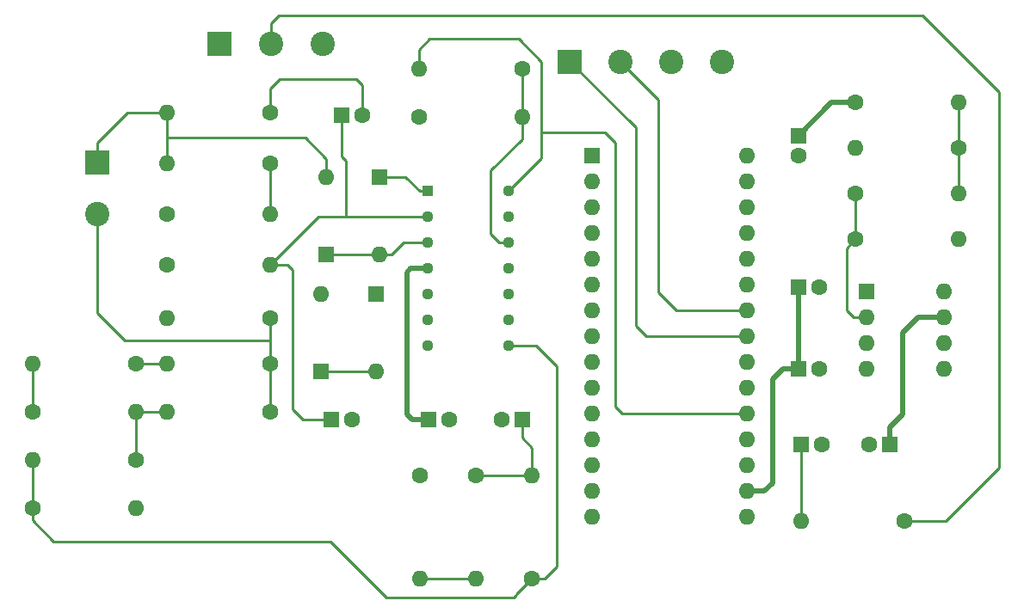
<source format=gtl>
%TF.GenerationSoftware,KiCad,Pcbnew,8.0.5*%
%TF.CreationDate,2025-05-15T16:04:32+03:00*%
%TF.ProjectId,spro2,7370726f-322e-46b6-9963-61645f706362,rev?*%
%TF.SameCoordinates,Original*%
%TF.FileFunction,Copper,L1,Top*%
%TF.FilePolarity,Positive*%
%FSLAX46Y46*%
G04 Gerber Fmt 4.6, Leading zero omitted, Abs format (unit mm)*
G04 Created by KiCad (PCBNEW 8.0.5) date 2025-05-15 16:04:32*
%MOMM*%
%LPD*%
G01*
G04 APERTURE LIST*
%TA.AperFunction,ComponentPad*%
%ADD10R,1.600000X1.600000*%
%TD*%
%TA.AperFunction,ComponentPad*%
%ADD11C,1.600000*%
%TD*%
%TA.AperFunction,ComponentPad*%
%ADD12O,1.600000X1.600000*%
%TD*%
%TA.AperFunction,ComponentPad*%
%ADD13R,1.130000X1.130000*%
%TD*%
%TA.AperFunction,ComponentPad*%
%ADD14C,1.130000*%
%TD*%
%TA.AperFunction,ComponentPad*%
%ADD15C,2.400000*%
%TD*%
%TA.AperFunction,ComponentPad*%
%ADD16R,2.400000X2.400000*%
%TD*%
%TA.AperFunction,Conductor*%
%ADD17C,0.250000*%
%TD*%
%TA.AperFunction,Conductor*%
%ADD18C,0.500000*%
%TD*%
G04 APERTURE END LIST*
D10*
%TO.P,C9,1*%
%TO.N,+3.3V*%
X152544888Y-116000000D03*
D11*
%TO.P,C9,2*%
%TO.N,GND*%
X154544888Y-116000000D03*
%TD*%
D10*
%TO.P,C6,1*%
%TO.N,+5V*%
X161500000Y-123500000D03*
D11*
%TO.P,C6,2*%
%TO.N,GND*%
X159500000Y-123500000D03*
%TD*%
%TO.P,R11,1*%
%TO.N,Net-(D1-A)*%
X100580000Y-95750000D03*
D12*
%TO.P,R11,2*%
%TO.N,Net-(D1-K)*%
X90420000Y-95750000D03*
%TD*%
D11*
%TO.P,R18,1*%
%TO.N,Net-(U3C-+)*%
X87330000Y-125000000D03*
D12*
%TO.P,R18,2*%
%TO.N,/Humidity Amplifier/Humidity_In*%
X77170000Y-125000000D03*
%TD*%
D10*
%TO.P,D3,1,K*%
%TO.N,Net-(D3-K)*%
X111000000Y-108630000D03*
D12*
%TO.P,D3,2,A*%
%TO.N,Net-(D3-A)*%
X111000000Y-116250000D03*
%TD*%
D10*
%TO.P,C7,1*%
%TO.N,+5V*%
X116124888Y-121000000D03*
D11*
%TO.P,C7,2*%
%TO.N,GND*%
X118124888Y-121000000D03*
%TD*%
%TO.P,R3,1*%
%TO.N,Net-(R2-Pad2)*%
X168330000Y-94250000D03*
D12*
%TO.P,R3,2*%
%TO.N,GND*%
X158170000Y-94250000D03*
%TD*%
D11*
%TO.P,R14,1*%
%TO.N,Net-(J3-Pin_2)*%
X100580000Y-115500000D03*
D12*
%TO.P,R14,2*%
%TO.N,Net-(D3-K)*%
X90420000Y-115500000D03*
%TD*%
D10*
%TO.P,D1,1,K*%
%TO.N,Net-(D1-K)*%
X111330000Y-97130000D03*
D12*
%TO.P,D1,2,A*%
%TO.N,Net-(D1-A)*%
X111330000Y-104750000D03*
%TD*%
D11*
%TO.P,R10,1*%
%TO.N,GND*%
X90420000Y-105750000D03*
D12*
%TO.P,R10,2*%
%TO.N,Net-(U3A--)*%
X100580000Y-105750000D03*
%TD*%
D11*
%TO.P,R1,1*%
%TO.N,/Temperature sensor filter and amplifier/Temp_In*%
X162955113Y-131000000D03*
D12*
%TO.P,R1,2*%
%TO.N,Net-(U2-+)*%
X152795113Y-131000000D03*
%TD*%
D10*
%TO.P,U2,1,NC*%
%TO.N,unconnected-(U2-NC-Pad1)*%
X159250000Y-108380000D03*
D12*
%TO.P,U2,2,-*%
%TO.N,Net-(U2--)*%
X159250000Y-110920000D03*
%TO.P,U2,3,+*%
%TO.N,Net-(U2-+)*%
X159250000Y-113460000D03*
%TO.P,U2,4,V-*%
%TO.N,GND*%
X159250000Y-116000000D03*
%TO.P,U2,5,NC*%
%TO.N,unconnected-(U2-NC-Pad5)*%
X166870000Y-116000000D03*
%TO.P,U2,6*%
%TO.N,/Temp*%
X166870000Y-113460000D03*
%TO.P,U2,7,V+*%
%TO.N,+5V*%
X166870000Y-110920000D03*
%TO.P,U2,8,NC*%
%TO.N,unconnected-(U2-NC-Pad8)*%
X166870000Y-108380000D03*
%TD*%
D13*
%TO.P,U3,1*%
%TO.N,Net-(D1-K)*%
X116080000Y-98500000D03*
D14*
%TO.P,U3,2,-*%
%TO.N,Net-(U3A--)*%
X116080000Y-101040000D03*
%TO.P,U3,3,+*%
%TO.N,Net-(D1-A)*%
X116080000Y-103580000D03*
%TO.P,U3,4,V+*%
%TO.N,+5V*%
X116080000Y-106120000D03*
%TO.P,U3,5,+*%
%TO.N,Net-(D3-K)*%
X116080000Y-108660000D03*
%TO.P,U3,6,-*%
%TO.N,GND*%
X116080000Y-111200000D03*
%TO.P,U3,7*%
%TO.N,Net-(D3-A)*%
X116080000Y-113740000D03*
%TO.P,U3,8*%
%TO.N,/Humidity Amplifier/Humidity_In*%
X124020000Y-113740000D03*
%TO.P,U3,9,-*%
%TO.N,GND*%
X124020000Y-111200000D03*
%TO.P,U3,10,+*%
%TO.N,Net-(U3C-+)*%
X124020000Y-108660000D03*
%TO.P,U3,11,V-*%
%TO.N,-5V*%
X124020000Y-106120000D03*
%TO.P,U3,12,+*%
%TO.N,Net-(U3D-+)*%
X124020000Y-103580000D03*
%TO.P,U3,13,-*%
%TO.N,Net-(U3D--)*%
X124020000Y-101040000D03*
%TO.P,U3,14*%
%TO.N,/Humidity*%
X124020000Y-98500000D03*
%TD*%
D11*
%TO.P,R19,1*%
%TO.N,/Humidity Amplifier/Humidity_In*%
X77170000Y-129750000D03*
D12*
%TO.P,R19,2*%
%TO.N,GND*%
X87330000Y-129750000D03*
%TD*%
D15*
%TO.P,U1,3,GND*%
%TO.N,GND*%
X105750000Y-84000000D03*
%TO.P,U1,2,V_{OUT}*%
%TO.N,/Temperature sensor filter and amplifier/Temp_In*%
X100670000Y-84000000D03*
D16*
%TO.P,U1,1,+V_{S}*%
%TO.N,+5V*%
X95590000Y-84000000D03*
%TD*%
D11*
%TO.P,R9,1*%
%TO.N,GND*%
X90420000Y-100750000D03*
D12*
%TO.P,R9,2*%
%TO.N,Net-(D1-A)*%
X100580000Y-100750000D03*
%TD*%
D10*
%TO.P,C5,1*%
%TO.N,Net-(U3A--)*%
X107580000Y-91000000D03*
D11*
%TO.P,C5,2*%
%TO.N,Net-(C5-Pad2)*%
X109580000Y-91000000D03*
%TD*%
%TO.P,R17,1*%
%TO.N,Net-(D4-A)*%
X77170000Y-120250000D03*
D12*
%TO.P,R17,2*%
%TO.N,Net-(U3C-+)*%
X87330000Y-120250000D03*
%TD*%
D11*
%TO.P,R8,1*%
%TO.N,Net-(U3D-+)*%
X125330000Y-86500000D03*
D12*
%TO.P,R8,2*%
%TO.N,/Humidity*%
X115170000Y-86500000D03*
%TD*%
D11*
%TO.P,Rg1,1*%
%TO.N,Net-(U2--)*%
X158170000Y-98750000D03*
D12*
%TO.P,Rg1,2*%
%TO.N,Net-(R2-Pad2)*%
X168330000Y-98750000D03*
%TD*%
D10*
%TO.P,C4,1*%
%TO.N,Net-(U3A--)*%
X106580000Y-121000000D03*
D11*
%TO.P,C4,2*%
%TO.N,GND*%
X108580000Y-121000000D03*
%TD*%
D10*
%TO.P,C3,1*%
%TO.N,Net-(C3-Pad1)*%
X125330000Y-121000000D03*
D11*
%TO.P,C3,2*%
%TO.N,GND*%
X123330000Y-121000000D03*
%TD*%
D10*
%TO.P,C8,1*%
%TO.N,+3.3V*%
X152544888Y-108000000D03*
D11*
%TO.P,C8,2*%
%TO.N,GND*%
X154544888Y-108000000D03*
%TD*%
%TO.P,R2,1*%
%TO.N,+5V*%
X158170000Y-89750000D03*
D12*
%TO.P,R2,2*%
%TO.N,Net-(R2-Pad2)*%
X168330000Y-89750000D03*
%TD*%
D11*
%TO.P,R4,1*%
%TO.N,/Humidity Amplifier/Humidity_In*%
X126330000Y-136660000D03*
D12*
%TO.P,R4,2*%
%TO.N,Net-(C3-Pad1)*%
X126330000Y-126500000D03*
%TD*%
D11*
%TO.P,R15,1*%
%TO.N,Net-(J3-Pin_2)*%
X100580000Y-120250000D03*
D12*
%TO.P,R15,2*%
%TO.N,Net-(U3C-+)*%
X90420000Y-120250000D03*
%TD*%
D10*
%TO.P,A1,1,D1/TX*%
%TO.N,unconnected-(A1-D1{slash}TX-Pad1)*%
X132250000Y-95050000D03*
D12*
%TO.P,A1,2,D0/RX*%
%TO.N,unconnected-(A1-D0{slash}RX-Pad2)*%
X132250000Y-97590000D03*
%TO.P,A1,3,~{RESET}*%
%TO.N,unconnected-(A1-~{RESET}-Pad3)*%
X132250000Y-100130000D03*
%TO.P,A1,4,GND*%
%TO.N,GND*%
X132250000Y-102670000D03*
%TO.P,A1,5,D2*%
%TO.N,unconnected-(A1-D2-Pad5)*%
X132250000Y-105210000D03*
%TO.P,A1,6,D3*%
%TO.N,unconnected-(A1-D3-Pad6)*%
X132250000Y-107750000D03*
%TO.P,A1,7,D4*%
%TO.N,unconnected-(A1-D4-Pad7)*%
X132250000Y-110290000D03*
%TO.P,A1,8,D5*%
%TO.N,unconnected-(A1-D5-Pad8)*%
X132250000Y-112830000D03*
%TO.P,A1,9,D6*%
%TO.N,unconnected-(A1-D6-Pad9)*%
X132250000Y-115370000D03*
%TO.P,A1,10,D7*%
%TO.N,unconnected-(A1-D7-Pad10)*%
X132250000Y-117910000D03*
%TO.P,A1,11,D8*%
%TO.N,unconnected-(A1-D8-Pad11)*%
X132250000Y-120450000D03*
%TO.P,A1,12,D9*%
%TO.N,unconnected-(A1-D9-Pad12)*%
X132250000Y-122990000D03*
%TO.P,A1,13,D10*%
%TO.N,unconnected-(A1-D10-Pad13)*%
X132250000Y-125530000D03*
%TO.P,A1,14,D11*%
%TO.N,unconnected-(A1-D11-Pad14)*%
X132250000Y-128070000D03*
%TO.P,A1,15,D12*%
%TO.N,unconnected-(A1-D12-Pad15)*%
X132250000Y-130610000D03*
%TO.P,A1,16,D13*%
%TO.N,unconnected-(A1-D13-Pad16)*%
X147490000Y-130610000D03*
%TO.P,A1,17,3V3*%
%TO.N,+3.3V*%
X147490000Y-128070000D03*
%TO.P,A1,18,AREF*%
%TO.N,unconnected-(A1-AREF-Pad18)*%
X147490000Y-125530000D03*
%TO.P,A1,19,A0*%
%TO.N,/Temp*%
X147490000Y-122990000D03*
%TO.P,A1,20,A1*%
%TO.N,/Humidity*%
X147490000Y-120450000D03*
%TO.P,A1,21,A2*%
%TO.N,unconnected-(A1-A2-Pad21)*%
X147490000Y-117910000D03*
%TO.P,A1,22,A3*%
%TO.N,unconnected-(A1-A3-Pad22)*%
X147490000Y-115370000D03*
%TO.P,A1,23,A4*%
%TO.N,Net-(A1-A4)*%
X147490000Y-112830000D03*
%TO.P,A1,24,A5*%
%TO.N,Net-(A1-A5)*%
X147490000Y-110290000D03*
%TO.P,A1,25,A6*%
%TO.N,unconnected-(A1-A6-Pad25)*%
X147490000Y-107750000D03*
%TO.P,A1,26,A7*%
%TO.N,unconnected-(A1-A7-Pad26)*%
X147490000Y-105210000D03*
%TO.P,A1,27,+5V*%
%TO.N,+5V*%
X147490000Y-102670000D03*
%TO.P,A1,28,~{RESET}*%
%TO.N,unconnected-(A1-~{RESET}-Pad28)*%
X147490000Y-100130000D03*
%TO.P,A1,29,GND*%
%TO.N,GND*%
X147490000Y-97590000D03*
%TO.P,A1,30,VIN*%
%TO.N,unconnected-(A1-VIN-Pad30)*%
X147490000Y-95050000D03*
%TD*%
D10*
%TO.P,C1,1*%
%TO.N,+5V*%
X152500000Y-93044888D03*
D11*
%TO.P,C1,2*%
%TO.N,GND*%
X152500000Y-95044888D03*
%TD*%
%TO.P,R7,1*%
%TO.N,GND*%
X115170000Y-91250000D03*
D12*
%TO.P,R7,2*%
%TO.N,Net-(U3D-+)*%
X125330000Y-91250000D03*
%TD*%
D11*
%TO.P,R16,1*%
%TO.N,Net-(D3-K)*%
X87330000Y-115500000D03*
D12*
%TO.P,R16,2*%
%TO.N,Net-(D4-A)*%
X77170000Y-115500000D03*
%TD*%
D10*
%TO.P,D4,1,K*%
%TO.N,Net-(D3-A)*%
X105580000Y-116250000D03*
D12*
%TO.P,D4,2,A*%
%TO.N,Net-(D4-A)*%
X105580000Y-108630000D03*
%TD*%
D11*
%TO.P,R6,1*%
%TO.N,Net-(C3-Pad1)*%
X120750000Y-126500000D03*
D12*
%TO.P,R6,2*%
%TO.N,Net-(U3D--)*%
X120750000Y-136660000D03*
%TD*%
D15*
%TO.P,J3,2,Pin_2*%
%TO.N,Net-(J3-Pin_2)*%
X83500000Y-100790000D03*
D16*
%TO.P,J3,1,Pin_1*%
%TO.N,Net-(D1-K)*%
X83500000Y-95710000D03*
%TD*%
D11*
%TO.P,R12,1*%
%TO.N,Net-(C5-Pad2)*%
X100580000Y-90750000D03*
D12*
%TO.P,R12,2*%
%TO.N,Net-(D1-K)*%
X90420000Y-90750000D03*
%TD*%
D10*
%TO.P,D2,1,K*%
%TO.N,Net-(D1-A)*%
X106080000Y-104750000D03*
D12*
%TO.P,D2,2,A*%
%TO.N,Net-(D1-K)*%
X106080000Y-97130000D03*
%TD*%
D11*
%TO.P,R13,1*%
%TO.N,Net-(J3-Pin_2)*%
X100580000Y-111000000D03*
D12*
%TO.P,R13,2*%
%TO.N,GND*%
X90420000Y-111000000D03*
%TD*%
D11*
%TO.P,Rf1,1*%
%TO.N,Net-(U2--)*%
X158170000Y-103250000D03*
D12*
%TO.P,Rf1,2*%
%TO.N,/Temp*%
X168330000Y-103250000D03*
%TD*%
D10*
%TO.P,C2,1*%
%TO.N,Net-(U2-+)*%
X152794888Y-123500000D03*
D11*
%TO.P,C2,2*%
%TO.N,GND*%
X154794888Y-123500000D03*
%TD*%
%TO.P,R5,1*%
%TO.N,+5V*%
X115250000Y-126500000D03*
D12*
%TO.P,R5,2*%
%TO.N,Net-(U3D--)*%
X115250000Y-136660000D03*
%TD*%
D16*
%TO.P,J2,1,Pin_1*%
%TO.N,Net-(A1-A4)*%
X130000000Y-85750000D03*
D15*
%TO.P,J2,2,Pin_2*%
%TO.N,Net-(A1-A5)*%
X135000000Y-85750000D03*
%TO.P,J2,3,Pin_3*%
%TO.N,+3.3V*%
X140000000Y-85750000D03*
%TO.P,J2,4,Pin_4*%
%TO.N,GND*%
X145000000Y-85750000D03*
%TD*%
D17*
%TO.N,/Temperature sensor filter and amplifier/Temp_In*%
X167000000Y-131000000D02*
X162955113Y-131000000D01*
X101420000Y-81250000D02*
X164750000Y-81250000D01*
X172250000Y-88750000D02*
X172250000Y-125750000D01*
X100670000Y-82000000D02*
X101420000Y-81250000D01*
X172250000Y-125750000D02*
X167000000Y-131000000D01*
X100670000Y-84000000D02*
X100670000Y-82000000D01*
X164750000Y-81250000D02*
X172250000Y-88750000D01*
%TO.N,Net-(A1-A5)*%
X138750000Y-108500000D02*
X138750000Y-89500000D01*
X140540000Y-110290000D02*
X138750000Y-108500000D01*
X138750000Y-89500000D02*
X135000000Y-85750000D01*
X147490000Y-110290000D02*
X140540000Y-110290000D01*
%TO.N,Net-(A1-A4)*%
X136500000Y-92250000D02*
X130000000Y-85750000D01*
X137580000Y-112830000D02*
X136500000Y-111750000D01*
X147490000Y-112830000D02*
X137580000Y-112830000D01*
X136500000Y-111750000D02*
X136500000Y-92250000D01*
D18*
%TO.N,+5V*%
X162750000Y-112500000D02*
X164330000Y-110920000D01*
X162750000Y-120500000D02*
X162750000Y-112500000D01*
X161500000Y-121750000D02*
X162750000Y-120500000D01*
X164330000Y-110920000D02*
X166870000Y-110920000D01*
X161500000Y-123500000D02*
X161500000Y-121750000D01*
D17*
%TO.N,/Humidity*%
X127250000Y-95250000D02*
X127250000Y-92750000D01*
X124020000Y-98480000D02*
X127250000Y-95250000D01*
X127250000Y-92750000D02*
X128750000Y-92750000D01*
X127250000Y-85750000D02*
X127250000Y-92750000D01*
X125000000Y-83500000D02*
X127250000Y-85750000D01*
X116250000Y-83500000D02*
X125000000Y-83500000D01*
X115170000Y-84580000D02*
X116250000Y-83500000D01*
X115170000Y-86500000D02*
X115170000Y-84580000D01*
X134500000Y-119750000D02*
X135200000Y-120450000D01*
X133500000Y-92750000D02*
X134500000Y-93750000D01*
X134500000Y-93750000D02*
X134500000Y-119750000D01*
X128750000Y-92750000D02*
X133500000Y-92750000D01*
X135200000Y-120450000D02*
X147490000Y-120450000D01*
D18*
%TO.N,+3.3V*%
X151000000Y-116000000D02*
X152544888Y-116000000D01*
X149180000Y-128070000D02*
X150000000Y-127250000D01*
X152544888Y-116000000D02*
X152544888Y-108000000D01*
X147490000Y-128070000D02*
X149180000Y-128070000D01*
X150000000Y-127250000D02*
X150000000Y-117000000D01*
X150000000Y-117000000D02*
X151000000Y-116000000D01*
D17*
%TO.N,Net-(D1-A)*%
X112500000Y-104750000D02*
X111330000Y-104750000D01*
X100580000Y-100750000D02*
X100580000Y-95750000D01*
X116080000Y-103580000D02*
X113670000Y-103580000D01*
X111330000Y-104750000D02*
X106080000Y-104750000D01*
X113670000Y-103580000D02*
X112500000Y-104750000D01*
%TO.N,Net-(D1-K)*%
X115250000Y-98500000D02*
X116080000Y-98500000D01*
X106080000Y-97130000D02*
X106080000Y-95330000D01*
X90420000Y-93250000D02*
X90420000Y-90750000D01*
X111330000Y-97130000D02*
X113880000Y-97130000D01*
X106080000Y-95330000D02*
X104000000Y-93250000D01*
X104000000Y-93250000D02*
X90420000Y-93250000D01*
X113880000Y-97130000D02*
X115250000Y-98500000D01*
X90420000Y-95750000D02*
X90420000Y-93250000D01*
%TO.N,/Humidity Amplifier/Humidity_In*%
X124500000Y-138500000D02*
X112000000Y-138500000D01*
X112000000Y-138500000D02*
X106500000Y-133000000D01*
X77170000Y-130920000D02*
X77170000Y-125000000D01*
X124750000Y-138240000D02*
X124750000Y-138250000D01*
X126330000Y-136660000D02*
X124750000Y-138240000D01*
X124750000Y-138250000D02*
X124500000Y-138500000D01*
X79250000Y-133000000D02*
X77170000Y-130920000D01*
X128750000Y-115750000D02*
X126740000Y-113740000D01*
X128750000Y-135500000D02*
X128750000Y-115750000D01*
X127590000Y-136660000D02*
X128750000Y-135500000D01*
X126740000Y-113740000D02*
X124020000Y-113740000D01*
X126330000Y-136660000D02*
X127590000Y-136660000D01*
X106500000Y-133000000D02*
X79250000Y-133000000D01*
%TO.N,Net-(D3-K)*%
X87330000Y-115500000D02*
X90420000Y-115500000D01*
%TO.N,Net-(D3-A)*%
X111000000Y-116250000D02*
X105580000Y-116250000D01*
%TO.N,Net-(J3-Pin_2)*%
X86250000Y-113250000D02*
X100580000Y-113250000D01*
X83500000Y-110500000D02*
X86250000Y-113250000D01*
X100580000Y-115500000D02*
X100580000Y-113250000D01*
X100580000Y-113250000D02*
X100580000Y-111000000D01*
X100580000Y-120250000D02*
X100580000Y-115500000D01*
%TO.N,Net-(R2-Pad2)*%
X168330000Y-89750000D02*
X168330000Y-94250000D01*
X168330000Y-94250000D02*
X168330000Y-98750000D01*
%TO.N,Net-(D4-A)*%
X77170000Y-120250000D02*
X77170000Y-115500000D01*
%TO.N,Net-(C3-Pad1)*%
X125330000Y-122830000D02*
X126330000Y-123830000D01*
X125330000Y-121000000D02*
X125330000Y-122830000D01*
X126330000Y-123830000D02*
X126330000Y-126500000D01*
X120750000Y-126500000D02*
X126330000Y-126500000D01*
%TO.N,Net-(C5-Pad2)*%
X100580000Y-90750000D02*
X100580000Y-88420000D01*
X100580000Y-88420000D02*
X101500000Y-87500000D01*
X101500000Y-87500000D02*
X109000000Y-87500000D01*
X109580000Y-88080000D02*
X109580000Y-91000000D01*
X109000000Y-87500000D02*
X109580000Y-88080000D01*
%TO.N,Net-(U2-+)*%
X152795113Y-131000000D02*
X152795113Y-123500225D01*
X152795113Y-123500225D02*
X152794888Y-123500000D01*
%TO.N,Net-(U3A--)*%
X108000000Y-101040000D02*
X105290000Y-101040000D01*
X103750000Y-121000000D02*
X106580000Y-121000000D01*
X102750000Y-106250000D02*
X102750000Y-120000000D01*
X107580000Y-95080000D02*
X108000000Y-95500000D01*
X100580000Y-105750000D02*
X102250000Y-105750000D01*
X108000000Y-95500000D02*
X108000000Y-101040000D01*
X102250000Y-105750000D02*
X102750000Y-106250000D01*
X107580000Y-91000000D02*
X107580000Y-95080000D01*
X116080000Y-101040000D02*
X108000000Y-101040000D01*
X105290000Y-101040000D02*
X100580000Y-105750000D01*
X102750000Y-120000000D02*
X103750000Y-121000000D01*
%TO.N,Net-(U3D--)*%
X120750000Y-136660000D02*
X115250000Y-136660000D01*
%TO.N,Net-(U3D-+)*%
X122250000Y-96500000D02*
X122250000Y-102750000D01*
X125330000Y-86500000D02*
X125330000Y-91250000D01*
X122250000Y-102750000D02*
X123080000Y-103580000D01*
X123080000Y-103580000D02*
X124020000Y-103580000D01*
X125330000Y-91250000D02*
X125330000Y-93420000D01*
X125330000Y-93420000D02*
X122250000Y-96500000D01*
%TO.N,Net-(U3C-+)*%
X87330000Y-120250000D02*
X90420000Y-120250000D01*
X87330000Y-125000000D02*
X87330000Y-120250000D01*
%TO.N,Net-(U2--)*%
X157250000Y-110250000D02*
X157920000Y-110920000D01*
X157920000Y-110920000D02*
X159250000Y-110920000D01*
X158170000Y-103250000D02*
X157250000Y-104170000D01*
X158170000Y-103250000D02*
X158170000Y-98750000D01*
X157250000Y-104170000D02*
X157250000Y-110250000D01*
D18*
%TO.N,+5V*%
X114380000Y-106120000D02*
X114000000Y-106500000D01*
X114000000Y-120500000D02*
X114500000Y-121000000D01*
X114500000Y-121000000D02*
X116124888Y-121000000D01*
X155794888Y-89750000D02*
X158170000Y-89750000D01*
X152500000Y-93044888D02*
X155794888Y-89750000D01*
X114000000Y-106500000D02*
X114000000Y-120500000D01*
X116080000Y-106120000D02*
X114380000Y-106120000D01*
D17*
%TO.N,Net-(J3-Pin_2)*%
X83500000Y-100790000D02*
X83500000Y-110500000D01*
%TO.N,Net-(D1-K)*%
X86500000Y-90750000D02*
X90420000Y-90750000D01*
X83500000Y-95710000D02*
X83500000Y-93750000D01*
X83500000Y-93750000D02*
X86500000Y-90750000D01*
%TD*%
M02*

</source>
